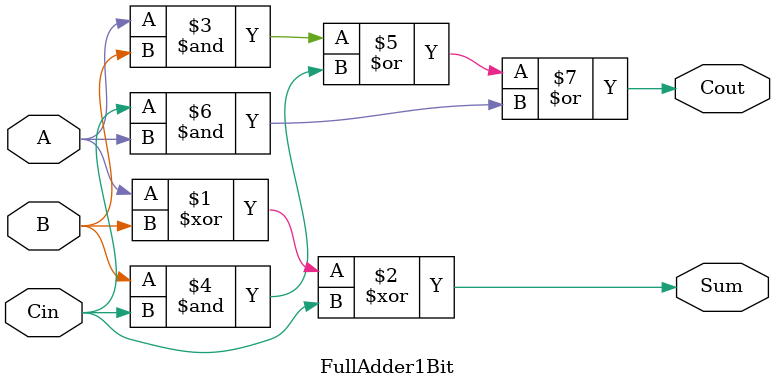
<source format=v>
`timescale 1ns / 1ps
module FullAdder1Bit(
    input A,B,Cin,
    output Sum,Cout
    );
assign Sum = A ^ B ^ Cin ;
assign Cout= A & B | B & Cin | Cin & A ;
endmodule

</source>
